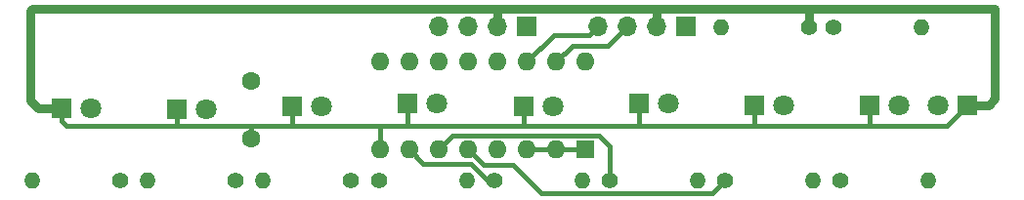
<source format=gbr>
%TF.GenerationSoftware,KiCad,Pcbnew,8.0.1*%
%TF.CreationDate,2024-05-11T19:49:50+01:00*%
%TF.ProjectId,TIMI2CLEDPanel,54494d49-3243-44c4-9544-50616e656c2e,rev?*%
%TF.SameCoordinates,Original*%
%TF.FileFunction,Copper,L2,Bot*%
%TF.FilePolarity,Positive*%
%FSLAX46Y46*%
G04 Gerber Fmt 4.6, Leading zero omitted, Abs format (unit mm)*
G04 Created by KiCad (PCBNEW 8.0.1) date 2024-05-11 19:49:50*
%MOMM*%
%LPD*%
G01*
G04 APERTURE LIST*
%TA.AperFunction,ComponentPad*%
%ADD10R,1.700000X1.700000*%
%TD*%
%TA.AperFunction,ComponentPad*%
%ADD11O,1.700000X1.700000*%
%TD*%
%TA.AperFunction,ComponentPad*%
%ADD12R,1.800000X1.800000*%
%TD*%
%TA.AperFunction,ComponentPad*%
%ADD13C,1.800000*%
%TD*%
%TA.AperFunction,ComponentPad*%
%ADD14C,1.600000*%
%TD*%
%TA.AperFunction,ComponentPad*%
%ADD15C,1.400000*%
%TD*%
%TA.AperFunction,ComponentPad*%
%ADD16O,1.400000X1.400000*%
%TD*%
%TA.AperFunction,ComponentPad*%
%ADD17R,1.600000X1.600000*%
%TD*%
%TA.AperFunction,ComponentPad*%
%ADD18O,1.600000X1.600000*%
%TD*%
%TA.AperFunction,Conductor*%
%ADD19C,0.800000*%
%TD*%
%TA.AperFunction,Conductor*%
%ADD20C,0.400000*%
%TD*%
G04 APERTURE END LIST*
D10*
%TO.P,J1,1,Pin_1*%
%TO.N,+5V*%
X102800000Y-31900000D03*
D11*
%TO.P,J1,2,Pin_2*%
%TO.N,GND*%
X100260000Y-31900000D03*
%TO.P,J1,3,Pin_3*%
%TO.N,N_SDA*%
X97720000Y-31900000D03*
%TO.P,J1,4,Pin_4*%
%TO.N,N_SCL*%
X95180000Y-31900000D03*
%TD*%
D12*
%TO.P,D2,1,K*%
%TO.N,GND*%
X48730000Y-39000000D03*
D13*
%TO.P,D2,2,A*%
%TO.N,Net-(D2-A)*%
X51270000Y-39000000D03*
%TD*%
D12*
%TO.P,D6,1,K*%
%TO.N,GND*%
X88730000Y-38800000D03*
D13*
%TO.P,D6,2,A*%
%TO.N,Net-(D6-A)*%
X91270000Y-38800000D03*
%TD*%
D12*
%TO.P,D5,1,K*%
%TO.N,GND*%
X78730000Y-38600000D03*
D13*
%TO.P,D5,2,A*%
%TO.N,Net-(D5-A)*%
X81270000Y-38600000D03*
%TD*%
D12*
%TO.P,D3,1,K*%
%TO.N,GND*%
X58730000Y-39100000D03*
D13*
%TO.P,D3,2,A*%
%TO.N,Net-(D3-A)*%
X61270000Y-39100000D03*
%TD*%
D12*
%TO.P,D4,1,K*%
%TO.N,GND*%
X68730000Y-38850000D03*
D13*
%TO.P,D4,2,A*%
%TO.N,Net-(D4-A)*%
X71270000Y-38850000D03*
%TD*%
D12*
%TO.P,D9,1,K*%
%TO.N,GND*%
X118730000Y-38750000D03*
D13*
%TO.P,D9,2,A*%
%TO.N,Net-(D9-A)*%
X121270000Y-38750000D03*
%TD*%
D12*
%TO.P,D7,1,K*%
%TO.N,GND*%
X98730000Y-38550000D03*
D13*
%TO.P,D7,2,A*%
%TO.N,Net-(D7-A)*%
X101270000Y-38550000D03*
%TD*%
D14*
%TO.P,C1,1*%
%TO.N,GND*%
X65100000Y-41600000D03*
%TO.P,C1,2*%
%TO.N,+5V*%
X65100000Y-36600000D03*
%TD*%
D12*
%TO.P,D8,1,K*%
%TO.N,GND*%
X108730000Y-38750000D03*
D13*
%TO.P,D8,2,A*%
%TO.N,Net-(D8-A)*%
X111270000Y-38750000D03*
%TD*%
D12*
%TO.P,D1,1,K*%
%TO.N,GND*%
X127200000Y-38750000D03*
D13*
%TO.P,D1,2,A*%
%TO.N,Net-(D1-A)*%
X124660000Y-38750000D03*
%TD*%
D15*
%TO.P,R7,1*%
%TO.N,/LED5*%
X96195000Y-45250000D03*
D16*
%TO.P,R7,2*%
%TO.N,Net-(D7-A)*%
X103815000Y-45250000D03*
%TD*%
D10*
%TO.P,J4,1,Pin_1*%
%TO.N,+5V*%
X89045000Y-31900000D03*
D11*
%TO.P,J4,2,Pin_2*%
%TO.N,GND*%
X86505000Y-31900000D03*
%TO.P,J4,3,Pin_3*%
%TO.N,N_SDA*%
X83965000Y-31900000D03*
%TO.P,J4,4,Pin_4*%
%TO.N,N_SCL*%
X81425000Y-31900000D03*
%TD*%
D15*
%TO.P,R10,1*%
%TO.N,GND*%
X113460000Y-31950000D03*
D16*
%TO.P,R10,2*%
%TO.N,Net-(U1-A0)*%
X105840000Y-31950000D03*
%TD*%
D15*
%TO.P,R9,1*%
%TO.N,/LED7*%
X116195000Y-45250000D03*
D16*
%TO.P,R9,2*%
%TO.N,Net-(D9-A)*%
X123815000Y-45250000D03*
%TD*%
D15*
%TO.P,R8,1*%
%TO.N,/LED6*%
X106195000Y-45250000D03*
D16*
%TO.P,R8,2*%
%TO.N,Net-(D8-A)*%
X113815000Y-45250000D03*
%TD*%
D15*
%TO.P,R2,1*%
%TO.N,/LED0*%
X53815000Y-45250000D03*
D16*
%TO.P,R2,2*%
%TO.N,Net-(D2-A)*%
X46195000Y-45250000D03*
%TD*%
D15*
%TO.P,R1,1*%
%TO.N,+5V*%
X115590000Y-31950000D03*
D16*
%TO.P,R1,2*%
%TO.N,Net-(D1-A)*%
X123210000Y-31950000D03*
%TD*%
D15*
%TO.P,R3,1*%
%TO.N,/LED1*%
X63815000Y-45250000D03*
D16*
%TO.P,R3,2*%
%TO.N,Net-(D3-A)*%
X56195000Y-45250000D03*
%TD*%
D15*
%TO.P,R6,1*%
%TO.N,/LED4*%
X86195000Y-45250000D03*
D16*
%TO.P,R6,2*%
%TO.N,Net-(D6-A)*%
X93815000Y-45250000D03*
%TD*%
D17*
%TO.P,U1,1,A0*%
%TO.N,Net-(U1-A0)*%
X94120000Y-42600000D03*
D18*
%TO.P,U1,2,A1*%
X91580000Y-42600000D03*
%TO.P,U1,3,A2*%
X89040000Y-42600000D03*
%TO.P,U1,4,P0*%
%TO.N,/LED7*%
X86500000Y-42600000D03*
%TO.P,U1,5,P1*%
%TO.N,/LED6*%
X83960000Y-42600000D03*
%TO.P,U1,6,P2*%
%TO.N,/LED5*%
X81420000Y-42600000D03*
%TO.P,U1,7,P3*%
%TO.N,/LED4*%
X78880000Y-42600000D03*
%TO.P,U1,8,VSS*%
%TO.N,GND*%
X76340000Y-42600000D03*
%TO.P,U1,9,P4*%
%TO.N,/LED3*%
X76340000Y-34980000D03*
%TO.P,U1,10,P5*%
%TO.N,/LED2*%
X78880000Y-34980000D03*
%TO.P,U1,11,P6*%
%TO.N,/LED1*%
X81420000Y-34980000D03*
%TO.P,U1,12,P7*%
%TO.N,/LED0*%
X83960000Y-34980000D03*
%TO.P,U1,13,~{INT}*%
%TO.N,unconnected-(U1-~{INT}-Pad13)*%
X86500000Y-34980000D03*
%TO.P,U1,14,SCL*%
%TO.N,N_SCL*%
X89040000Y-34980000D03*
%TO.P,U1,15,SDA*%
%TO.N,N_SDA*%
X91580000Y-34980000D03*
%TO.P,U1,16,VDD*%
%TO.N,+5V*%
X94120000Y-34980000D03*
%TD*%
D15*
%TO.P,R5,1*%
%TO.N,/LED3*%
X76195000Y-45250000D03*
D16*
%TO.P,R5,2*%
%TO.N,Net-(D5-A)*%
X83815000Y-45250000D03*
%TD*%
D15*
%TO.P,R4,1*%
%TO.N,/LED2*%
X73815000Y-45250000D03*
D16*
%TO.P,R4,2*%
%TO.N,Net-(D4-A)*%
X66195000Y-45250000D03*
%TD*%
D19*
%TO.N,GND*%
X113460000Y-31950000D02*
X113460000Y-30410000D01*
X113450000Y-30400000D02*
X129600000Y-30400000D01*
X113460000Y-30410000D02*
X113450000Y-30400000D01*
X100350000Y-30400000D02*
X113450000Y-30400000D01*
D20*
%TO.N,N_SCL*%
X94430000Y-32650000D02*
X95180000Y-31900000D01*
X91370000Y-32650000D02*
X94430000Y-32650000D01*
X89040000Y-34980000D02*
X91370000Y-32650000D01*
%TO.N,N_SDA*%
X92960000Y-33600000D02*
X96020000Y-33600000D01*
X96020000Y-33600000D02*
X97720000Y-31900000D01*
X91580000Y-34980000D02*
X92960000Y-33600000D01*
D19*
%TO.N,GND*%
X100260000Y-30490000D02*
X100350000Y-30400000D01*
X100260000Y-31900000D02*
X100260000Y-30490000D01*
D20*
X88730000Y-38800000D02*
X88730000Y-40520000D01*
X65100000Y-40550000D02*
X58750000Y-40550000D01*
X98750000Y-40550000D02*
X88700000Y-40550000D01*
X78730000Y-40530000D02*
X78750000Y-40550000D01*
X48730000Y-40130000D02*
X48730000Y-39000000D01*
X68730000Y-40530000D02*
X68750000Y-40550000D01*
D19*
X129050000Y-38750000D02*
X127200000Y-38750000D01*
X129600000Y-38200000D02*
X129050000Y-38750000D01*
D20*
X98730000Y-38550000D02*
X98730000Y-40530000D01*
X76340000Y-40560000D02*
X76350000Y-40550000D01*
X58730000Y-40530000D02*
X58750000Y-40550000D01*
X118730000Y-38750000D02*
X118730000Y-40370000D01*
X78750000Y-40550000D02*
X76350000Y-40550000D01*
D19*
X46150000Y-30400000D02*
X46000000Y-30550000D01*
D20*
X108730000Y-38750000D02*
X108730000Y-40530000D01*
D19*
X129600000Y-30400000D02*
X129600000Y-38200000D01*
D20*
X125400000Y-40550000D02*
X118550000Y-40550000D01*
X108750000Y-40550000D02*
X98750000Y-40550000D01*
D19*
X86207081Y-30400000D02*
X46150000Y-30400000D01*
D20*
X76340000Y-42600000D02*
X76340000Y-40560000D01*
X58750000Y-40550000D02*
X49150000Y-40550000D01*
X78730000Y-38600000D02*
X78730000Y-40530000D01*
X118550000Y-40550000D02*
X108750000Y-40550000D01*
D19*
X86505000Y-31900000D02*
X86505000Y-30697919D01*
D20*
X98730000Y-40530000D02*
X98750000Y-40550000D01*
X88730000Y-40520000D02*
X88700000Y-40550000D01*
X49150000Y-40550000D02*
X48730000Y-40130000D01*
X76350000Y-40550000D02*
X68750000Y-40550000D01*
D19*
X46000000Y-38350000D02*
X46650000Y-39000000D01*
X86300000Y-30400000D02*
X100350000Y-30400000D01*
D20*
X127200000Y-38750000D02*
X125400000Y-40550000D01*
X58730000Y-39100000D02*
X58730000Y-40530000D01*
X88700000Y-40550000D02*
X78750000Y-40550000D01*
X108730000Y-40530000D02*
X108750000Y-40550000D01*
X68730000Y-38850000D02*
X68730000Y-40530000D01*
D19*
X46650000Y-39000000D02*
X48730000Y-39000000D01*
D20*
X68750000Y-40550000D02*
X65100000Y-40550000D01*
D19*
X46000000Y-30550000D02*
X46000000Y-38350000D01*
D20*
X65100000Y-41600000D02*
X65100000Y-40550000D01*
X118730000Y-40370000D02*
X118550000Y-40550000D01*
%TO.N,/LED4*%
X80080000Y-43800000D02*
X84205736Y-43800000D01*
X84205736Y-43800000D02*
X85655736Y-45250000D01*
X78880000Y-42600000D02*
X80080000Y-43800000D01*
X85655736Y-45250000D02*
X86195000Y-45250000D01*
%TO.N,/LED5*%
X96195000Y-42295000D02*
X95300000Y-41400000D01*
X82620000Y-41400000D02*
X81420000Y-42600000D01*
X96195000Y-45250000D02*
X96195000Y-42295000D01*
X95300000Y-41400000D02*
X82620000Y-41400000D01*
%TO.N,/LED6*%
X87800000Y-43900000D02*
X85260000Y-43900000D01*
X105095000Y-46350000D02*
X90250000Y-46350000D01*
X85260000Y-43900000D02*
X83960000Y-42600000D01*
X106195000Y-45250000D02*
X105095000Y-46350000D01*
X90250000Y-46350000D02*
X87800000Y-43900000D01*
%TO.N,Net-(U1-A0)*%
X89040000Y-42600000D02*
X94120000Y-42600000D01*
%TD*%
M02*

</source>
